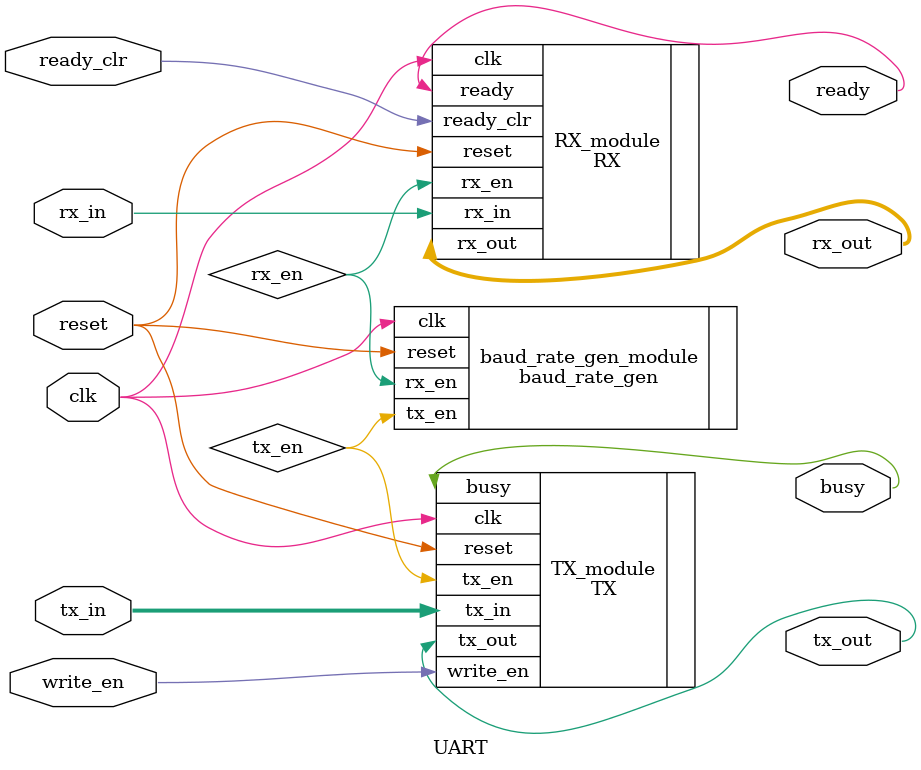
<source format=sv>
module UART #(parameter N = 8)
(
    input  logic clk, reset, write_en, ready_clr, rx_in,              
    input  logic [N-1:0] tx_in,
    output logic tx_out, ready, busy, 
    output logic [N-1:0] rx_out       
);
    logic tx_en; 
    logic rx_en;

    baud_rate_gen baud_rate_gen_module(
        .reset(reset),
        .clk(clk),
        .tx_en(tx_en), 
        .rx_en(rx_en)  
    );

    RX RX_module(
        .clk(clk),
        .reset(reset),
        .rx_en(rx_en), 
        .rx_in(rx_in),        
        .ready_clr(ready_clr),    
        .ready(ready),        
        .rx_out(rx_out)         
    );

    TX TX_module(
        .clk(clk),
        .reset(reset),
        .tx_en(tx_en), 
        .write_en(write_en),
        .tx_in(tx_in),
        .tx_out(tx_out),
        .busy(busy)   
    );
endmodule
</source>
